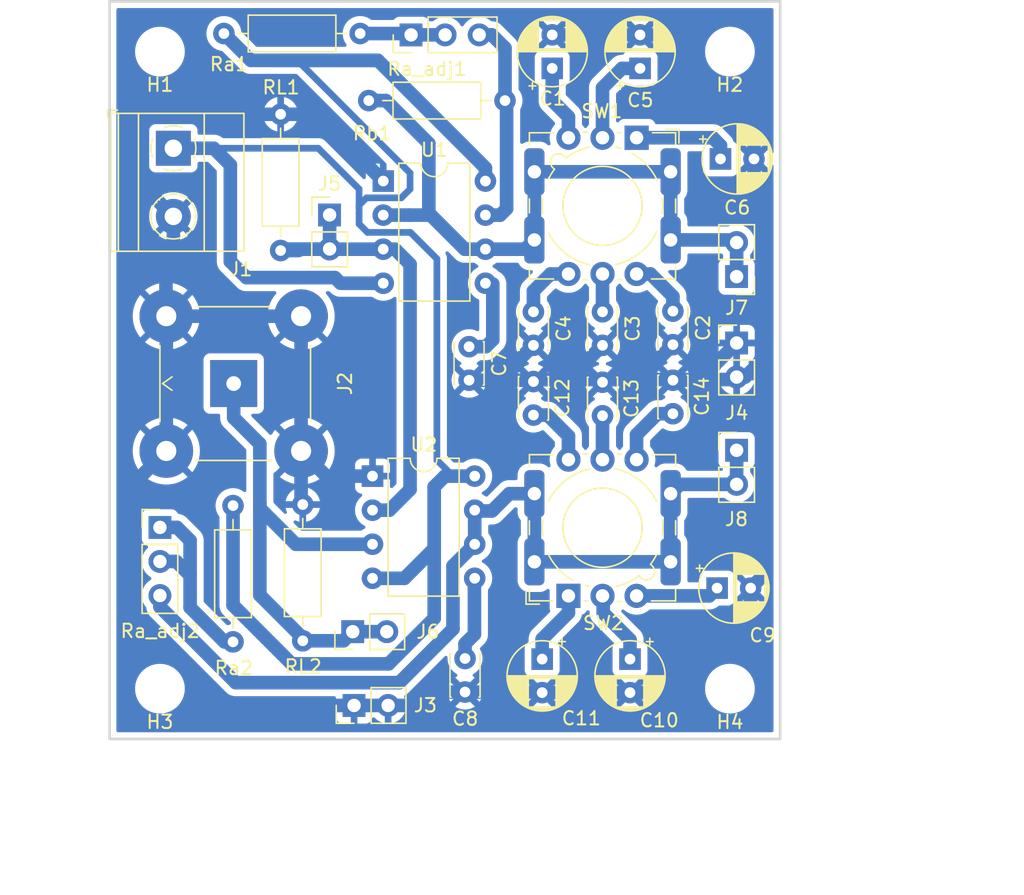
<source format=kicad_pcb>
(kicad_pcb (version 20240108) (generator "pcbnew") (generator_version "8.0")
  (layers (0 "F.Cu" signal) (31 "B.Cu" signal) (34 "B.Paste" user) (35 "F.Paste" user) (36 "B.SilkS" user "B.Silkscreen") (37 "F.SilkS" user "F.Silkscreen") (38 "B.Mask" user) (39 "F.Mask" user) (44 "Edge.Cuts" user))
  (net 0 "")
  (net 1 "GND")
  (net 2 "Net-(C1-Pad1)")
  (net 3 "Net-(C2-Pad1)")
  (net 4 "Net-(C3-Pad1)")
  (net 5 "Net-(C4-Pad1)")
  (net 6 "Net-(C5-Pad1)")
  (net 7 "Net-(C6-Pad1)")
  (net 8 "Net-(U1-CV)")
  (net 9 "Net-(U2-CV)")
  (net 10 "Net-(C9-Pad1)")
  (net 11 "Net-(C10-Pad1)")
  (net 12 "Net-(C11-Pad1)")
  (net 13 "Net-(C12-Pad1)")
  (net 14 "Net-(C13-Pad1)")
  (net 15 "Net-(C14-Pad1)")
  (net 16 "VCC")
  (net 17 "Vout2")
  (net 18 "Vout1")
  (net 19 "Vcap1")
  (net 20 "Vcap2")
  (net 21 "Net-(Ra1-Pad2)")
  (net 22 "Net-(Ra2-Pad2)")
  (net 23 "Net-(U1-DIS)")
  (footprint "MountingHole:MountingHole_3.2mm_M3" (layer "F.Cu") (at 86.25 91.25)
    (property "Reference" "H4" (at 0 2.49 0) (layer "F.SilkS"))
    (property "Value" "MountingHole")
    (pad "" np_thru_hole circle (at 0 0) (size 3.2 3.2) (drill 3.2) (layers "*.Cu" "*.Mask"))
  )
  (footprint "Connector_PinHeader_2.54mm:PinHeader_1x03_P2.54mm_Vertical" (layer "F.Cu") (at 43.75 79.225)
    (property "Reference" "Ra_adj2" (at 0.02 7.725 0) (layer "F.SilkS"))
    (property "Value" "100k")
    (pad "1" thru_hole rect (at 0 0) (size 1.7 1.7) (drill 1) (layers "*.Cu" "*.Mask") (net 22 "Net-(Ra2-Pad2)"))
    (pad "2" thru_hole oval (at 0 2.54) (size 1.7 1.7) (drill 1) (layers "*.Cu" "*.Mask") (net 22 "Net-(Ra2-Pad2)"))
    (pad "3" thru_hole oval (at 0 5.08) (size 1.7 1.7) (drill 1) (layers "*.Cu" "*.Mask") (net 20 "Vcap2"))
  )
  (footprint "Capacitor_THT:C_Disc_D3.0mm_W2.0mm_P2.50mm" (layer "F.Cu") (at 82 63.1 -90)
    (property "Reference" "C2" (at 1.25 -2.25 90) (layer "F.SilkS"))
    (property "Value" "100nF")
    (pad "1" thru_hole circle (at 0 0 270) (size 1.6 1.6) (drill 0.8) (layers "*.Cu" "*.Mask") (net 3 "Net-(C2-Pad1)"))
    (pad "2" thru_hole circle (at 2.5 0 270) (size 1.6 1.6) (drill 0.8) (layers "*.Cu" "*.Mask") (net 1 "GND"))
  )
  (footprint "Button_Switch_THT:SW_NKK_NR01" (layer "F.Cu") (at 79.29 50.17 -90)
    (property "Reference" "SW1" (at -1.98 2.59 180) (layer "F.SilkS"))
    (property "Value" "SW_Rotary_1x6_MP")
    (pad "1" thru_hole circle (at 0 5.08 270) (size 1.8 1.8) (drill 1) (layers "*.Cu" "*.Mask") (net 2 "Net-(C1-Pad1)"))
    (pad "2" thru_hole circle (at 0 2.54 270) (size 1.8 1.8) (drill 1) (layers "*.Cu" "*.Mask") (net 6 "Net-(C5-Pad1)"))
    (pad "3" thru_hole rect (at 0 0 270) (size 1.8 1.8) (drill 1) (layers "*.Cu" "*.Mask") (net 7 "Net-(C6-Pad1)"))
    (pad "4" thru_hole circle (at 10.16 0 270) (size 1.8 1.8) (drill 1) (layers "*.Cu" "*.Mask") (net 3 "Net-(C2-Pad1)"))
    (pad "5" thru_hole circle (at 10.16 2.54 270) (size 1.8 1.8) (drill 1) (layers "*.Cu" "*.Mask") (net 4 "Net-(C3-Pad1)"))
    (pad "6" thru_hole circle (at 10.16 5.08 270) (size 1.8 1.8) (drill 1) (layers "*.Cu" "*.Mask") (net 5 "Net-(C4-Pad1)"))
    (pad "7" thru_hole roundrect (at 7.62 -2.54 270) (size 3.5 1.5) (drill 1) (layers "*.Cu" "*.Mask") (net 19 "Vcap1"))
    (pad "7" thru_hole roundrect (at 7.62 7.62 270) (size 3.5 1.5) (drill 1) (layers "*.Cu" "*.Mask") (net 19 "Vcap1"))
    (pad "MP" thru_hole roundrect (at 2.54 -2.54 270) (size 3.5 1.5) (drill 1) (layers "*.Cu" "*.Mask") (net 19 "Vcap1"))
    (pad "MP" thru_hole roundrect (at 2.54 7.62 270) (size 3.5 1.5) (drill 1) (layers "*.Cu" "*.Mask") (net 19 "Vcap1"))
  )
  (footprint "Capacitor_THT:CP_Radial_D5.0mm_P2.50mm" (layer "F.Cu") (at 73 45 90)
    (property "Reference" "C1" (at -2.25 0.03 180) (layer "F.SilkS"))
    (property "Value" "100uF")
    (pad "1" thru_hole rect (at 0 0 90) (size 1.6 1.6) (drill 0.8) (layers "*.Cu" "*.Mask") (net 2 "Net-(C1-Pad1)"))
    (pad "2" thru_hole circle (at 2.5 0 90) (size 1.6 1.6) (drill 0.8) (layers "*.Cu" "*.Mask") (net 1 "GND"))
  )
  (footprint "Connector_PinHeader_2.54mm:PinHeader_1x03_P2.54mm_Vertical" (layer "F.Cu") (at 62.475 42.5 90)
    (property "Reference" "Ra_adj1" (at -2.54 1.185 180) (layer "F.SilkS"))
    (property "Value" "150k")
    (pad "1" thru_hole rect (at 0 0 90) (size 1.7 1.7) (drill 1) (layers "*.Cu" "*.Mask") (net 21 "Net-(Ra1-Pad2)"))
    (pad "2" thru_hole oval (at 0 2.54 90) (size 1.7 1.7) (drill 1) (layers "*.Cu" "*.Mask") (net 21 "Net-(Ra1-Pad2)"))
    (pad "3" thru_hole oval (at 0 5.08 90) (size 1.7 1.7) (drill 1) (layers "*.Cu" "*.Mask") (net 23 "Net-(U1-DIS)"))
  )
  (footprint "Resistor_THT:R_Axial_DIN0207_L6.3mm_D2.5mm_P10.16mm_Horizontal" (layer "F.Cu") (at 69.48 47.4 180)
    (property "Reference" "Rb1" (at 9.92 -2.44 0) (layer "F.SilkS"))
    (property "Value" "14440")
    (pad "1" thru_hole circle (at 0 0 180) (size 1.6 1.6) (drill 0.8) (layers "*.Cu" "*.Mask") (net 23 "Net-(U1-DIS)"))
    (pad "2" thru_hole oval (at 10.16 0 180) (size 1.6 1.6) (drill 0.8) (layers "*.Cu" "*.Mask") (net 19 "Vcap1"))
  )
  (footprint "Capacitor_THT:C_Disc_D3.0mm_W2.0mm_P2.50mm" (layer "F.Cu") (at 71.6 70.85 90)
    (property "Reference" "C12" (at 1.29 2.16 90) (layer "F.SilkS"))
    (property "Value" "100nF")
    (pad "1" thru_hole circle (at 0 0 90) (size 1.6 1.6) (drill 0.8) (layers "*.Cu" "*.Mask") (net 13 "Net-(C12-Pad1)"))
    (pad "2" thru_hole circle (at 2.5 0 90) (size 1.6 1.6) (drill 0.8) (layers "*.Cu" "*.Mask") (net 1 "GND"))
  )
  (footprint "Capacitor_THT:C_Disc_D3.0mm_W2.0mm_P2.50mm" (layer "F.Cu") (at 76.75 70.9 90)
    (property "Reference" "C13" (at 1.29 2.16 90) (layer "F.SilkS"))
    (property "Value" "10nF")
    (pad "1" thru_hole circle (at 0 0 90) (size 1.6 1.6) (drill 0.8) (layers "*.Cu" "*.Mask") (net 14 "Net-(C13-Pad1)"))
    (pad "2" thru_hole circle (at 2.5 0 90) (size 1.6 1.6) (drill 0.8) (layers "*.Cu" "*.Mask") (net 1 "GND"))
  )
  (footprint "Connector_PinHeader_2.54mm:PinHeader_1x02_P2.54mm_Vertical" (layer "F.Cu") (at 56.4 55.925)
    (property "Reference" "J5" (at 0 -2.33 0) (layer "F.SilkS"))
    (property "Value" "Vastable")
    (pad "1" thru_hole rect (at 0 0) (size 1.7 1.7) (drill 1) (layers "*.Cu" "*.Mask") (net 18 "Vout1"))
    (pad "2" thru_hole oval (at 0 2.54) (size 1.7 1.7) (drill 1) (layers "*.Cu" "*.Mask") (net 18 "Vout1"))
  )
  (footprint "Capacitor_THT:C_Disc_D3.0mm_W2.0mm_P2.50mm" (layer "F.Cu") (at 66.8 65.75 -90)
    (property "Reference" "C7" (at 1.25 -2.25 90) (layer "F.SilkS"))
    (property "Value" "10nF")
    (pad "1" thru_hole circle (at 0 0 270) (size 1.6 1.6) (drill 0.8) (layers "*.Cu" "*.Mask") (net 8 "Net-(U1-CV)"))
    (pad "2" thru_hole circle (at 2.5 0 270) (size 1.6 1.6) (drill 0.8) (layers "*.Cu" "*.Mask") (net 1 "GND"))
  )
  (footprint "Package_DIP:DIP-8_W7.62mm" (layer "F.Cu") (at 60.4 53.4)
    (property "Reference" "U1" (at 3.81 -2.33 0) (layer "F.SilkS"))
    (property "Value" "LM555xN")
    (pad "1" thru_hole rect (at 0 0) (size 1.6 1.6) (drill 0.8) (layers "*.Cu" "*.Mask") (net 1 "GND"))
    (pad "2" thru_hole oval (at 0 2.54) (size 1.6 1.6) (drill 0.8) (layers "*.Cu" "*.Mask") (net 19 "Vcap1"))
    (pad "3" thru_hole oval (at 0 5.08) (size 1.6 1.6) (drill 0.8) (layers "*.Cu" "*.Mask") (net 18 "Vout1"))
    (pad "4" thru_hole oval (at 0 7.62) (size 1.6 1.6) (drill 0.8) (layers "*.Cu" "*.Mask") (net 16 "VCC"))
    (pad "5" thru_hole oval (at 7.62 7.62) (size 1.6 1.6) (drill 0.8) (layers "*.Cu" "*.Mask") (net 8 "Net-(U1-CV)"))
    (pad "6" thru_hole oval (at 7.62 5.08) (size 1.6 1.6) (drill 0.8) (layers "*.Cu" "*.Mask") (net 19 "Vcap1"))
    (pad "7" thru_hole oval (at 7.62 2.54) (size 1.6 1.6) (drill 0.8) (layers "*.Cu" "*.Mask") (net 23 "Net-(U1-DIS)"))
    (pad "8" thru_hole oval (at 7.62 0) (size 1.6 1.6) (drill 0.8) (layers "*.Cu" "*.Mask") (net 16 "VCC"))
  )
  (footprint "Capacitor_THT:CP_Radial_D5.0mm_P2.50mm" (layer "F.Cu") (at 72.25 89.044888 -90)
    (property "Reference" "C11" (at 4.415112 -2.92 180) (layer "F.SilkS"))
    (property "Value" "1uF")
    (pad "1" thru_hole rect (at 0 0 270) (size 1.6 1.6) (drill 0.8) (layers "*.Cu" "*.Mask") (net 12 "Net-(C11-Pad1)"))
    (pad "2" thru_hole circle (at 2.5 0 270) (size 1.6 1.6) (drill 0.8) (layers "*.Cu" "*.Mask") (net 1 "GND"))
  )
  (footprint "Capacitor_THT:CP_Radial_D5.0mm_P2.50mm" (layer "F.Cu") (at 78.8 89.044888 -90)
    (property "Reference" "C10" (at 4.565112 -2.18 180) (layer "F.SilkS"))
    (property "Value" "10uF")
    (pad "1" thru_hole rect (at 0 0 270) (size 1.6 1.6) (drill 0.8) (layers "*.Cu" "*.Mask") (net 11 "Net-(C10-Pad1)"))
    (pad "2" thru_hole circle (at 2.5 0 270) (size 1.6 1.6) (drill 0.8) (layers "*.Cu" "*.Mask") (net 1 "GND"))
  )
  (footprint "Capacitor_THT:CP_Radial_D5.0mm_P2.50mm" (layer "F.Cu") (at 85.544888 51.75)
    (property "Reference" "C6" (at 1.245112 3.63 0) (layer "F.SilkS"))
    (property "Value" "1uF")
    (pad "1" thru_hole rect (at 0 0) (size 1.6 1.6) (drill 0.8) (layers "*.Cu" "*.Mask") (net 7 "Net-(C6-Pad1)"))
    (pad "2" thru_hole circle (at 2.5 0) (size 1.6 1.6) (drill 0.8) (layers "*.Cu" "*.Mask") (net 1 "GND"))
  )
  (footprint "Resistor_THT:R_Axial_DIN0207_L6.3mm_D2.5mm_P10.16mm_Horizontal" (layer "F.Cu") (at 49.2 77.6 -90)
    (property "Reference" "Ra2" (at 12.11 -0.06 180) (layer "F.SilkS"))
    (property "Value" "100")
    (pad "1" thru_hole circle (at 0 0 270) (size 1.6 1.6) (drill 0.8) (layers "*.Cu" "*.Mask") (net 16 "VCC"))
    (pad "2" thru_hole oval (at 10.16 0 270) (size 1.6 1.6) (drill 0.8) (layers "*.Cu" "*.Mask") (net 22 "Net-(Ra2-Pad2)"))
  )
  (footprint "Connector_PinHeader_2.54mm:PinHeader_1x02_P2.54mm_Vertical" (layer "F.Cu") (at 86.75 73.475)
    (property "Reference" "J8" (at -0.01 5.135 0) (layer "F.SilkS"))
    (property "Value" "Vmono")
    (pad "1" thru_hole rect (at 0 0) (size 1.7 1.7) (drill 1) (layers "*.Cu" "*.Mask") (net 20 "Vcap2"))
    (pad "2" thru_hole oval (at 0 2.54) (size 1.7 1.7) (drill 1) (layers "*.Cu" "*.Mask") (net 20 "Vcap2"))
  )
  (footprint "Connector_PinHeader_2.54mm:PinHeader_1x02_P2.54mm_Vertical" (layer "F.Cu") (at 58.225 92.5 90)
    (property "Reference" "J3" (at 0.01 5.315 180) (layer "F.SilkS"))
    (property "Value" "GND")
    (pad "1" thru_hole rect (at 0 0 90) (size 1.7 1.7) (drill 1) (layers "*.Cu" "*.Mask") (net 1 "GND"))
    (pad "2" thru_hole oval (at 0 2.54 90) (size 1.7 1.7) (drill 1) (layers "*.Cu" "*.Mask") (net 1 "GND"))
  )
  (footprint "Connector_Coaxial:BNC_TEConnectivity_1478035_Horizontal" (layer "F.Cu") (at 49.25 68.5 90)
    (property "Reference" "J2" (at 0 8.3 90) (layer "F.SilkS"))
    (property "Value" "Output")
    (pad "1" thru_hole rect (at 0 0 90) (size 3.5 3.5) (drill 1.1) (layers "*.Cu" "*.Mask") (net 17 "Vout2"))
    (pad "2" thru_hole circle (at -5.025 -5.025 90) (size 4 4) (drill 1.5) (layers "*.Cu" "*.Mask") (net 1 "GND"))
    (pad "2" thru_hole circle (at -5.025 5.025 90) (size 4 4) (drill 1.5) (layers "*.Cu" "*.Mask") (net 1 "GND"))
    (pad "2" thru_hole circle (at 5.025 -5.025 90) (size 4 4) (drill 1.5) (layers "*.Cu" "*.Mask") (net 1 "GND"))
    (pad "2" thru_hole circle (at 5.025 5.025 90) (size 4 4) (drill 1.5) (layers "*.Cu" "*.Mask") (net 1 "GND"))
  )
  (footprint "Capacitor_THT:CP_Radial_D5.0mm_P2.50mm" (layer "F.Cu") (at 85.294888 83.75)
    (property "Reference" "C9" (at 3.385112 3.52 0) (layer "F.SilkS"))
    (property "Value" "100uF")
    (pad "1" thru_hole rect (at 0 0) (size 1.6 1.6) (drill 0.8) (layers "*.Cu" "*.Mask") (net 10 "Net-(C9-Pad1)"))
    (pad "2" thru_hole circle (at 2.5 0) (size 1.6 1.6) (drill 0.8) (layers "*.Cu" "*.Mask") (net 1 "GND"))
  )
  (footprint "Resistor_THT:R_Axial_DIN0207_L6.3mm_D2.5mm_P10.16mm_Horizontal" (layer "F.Cu") (at 54.4 87.68 90)
    (property "Reference" "RL2" (at -1.92 0.03 180) (layer "F.SilkS"))
    (property "Value" "100k")
    (pad "1" thru_hole circle (at 0 0 90) (size 1.6 1.6) (drill 0.8) (layers "*.Cu" "*.Mask") (net 17 "Vout2"))
    (pad "2" thru_hole oval (at 10.16 0 90) (size 1.6 1.6) (drill 0.8) (layers "*.Cu" "*.Mask") (net 1 "GND"))
  )
  (footprint "Capacitor_THT:C_Disc_D3.0mm_W2.0mm_P2.50mm" (layer "F.Cu") (at 82 70.75 90)
    (property "Reference" "C14" (at 1.29 2.16 90) (layer "F.SilkS"))
    (property "Value" "1nF")
    (pad "1" thru_hole circle (at 0 0 90) (size 1.6 1.6) (drill 0.8) (layers "*.Cu" "*.Mask") (net 15 "Net-(C14-Pad1)"))
    (pad "2" thru_hole circle (at 2.5 0 90) (size 1.6 1.6) (drill 0.8) (layers "*.Cu" "*.Mask") (net 1 "GND"))
  )
  (footprint "MountingHole:MountingHole_3.2mm_M3" (layer "F.Cu") (at 86.25 43.75)
    (property "Reference" "H2" (at -0.01 2.47 0) (layer "F.SilkS"))
    (property "Value" "MountingHole")
    (pad "" np_thru_hole circle (at 0 0) (size 3.2 3.2) (drill 3.2) (layers "*.Cu" "*.Mask"))
  )
  (footprint "Connector_PinHeader_2.54mm:PinHeader_1x02_P2.54mm_Vertical" (layer "F.Cu") (at 86.75 60.525 180)
    (property "Reference" "J7" (at 0 -2.33 0) (layer "F.SilkS"))
    (property "Value" "Vastable")
    (pad "1" thru_hole rect (at 0 0 180) (size 1.7 1.7) (drill 1) (layers "*.Cu" "*.Mask") (net 19 "Vcap1"))
    (pad "2" thru_hole oval (at 0 2.54 180) (size 1.7 1.7) (drill 1) (layers "*.Cu" "*.Mask") (net 19 "Vcap1"))
  )
  (footprint "Package_DIP:DIP-8_W7.62mm" (layer "F.Cu") (at 59.6 75.4)
    (property "Reference" "U2" (at 3.83 -2.35 0) (layer "F.SilkS"))
    (property "Value" "LM555xN")
    (pad "1" thru_hole rect (at 0 0) (size 1.6 1.6) (drill 0.8) (layers "*.Cu" "*.Mask") (net 1 "GND"))
    (pad "2" thru_hole oval (at 0 2.54) (size 1.6 1.6) (drill 0.8) (layers "*.Cu" "*.Mask") (net 18 "Vout1"))
    (pad "3" thru_hole oval (at 0 5.08) (size 1.6 1.6) (drill 0.8) (layers "*.Cu" "*.Mask") (net 17 "Vout2"))
    (pad "4" thru_hole oval (at 0 7.62) (size 1.6 1.6) (drill 0.8) (layers "*.Cu" "*.Mask") (net 16 "VCC"))
    (pad "5" thru_hole oval (at 7.62 7.62) (size 1.6 1.6) (drill 0.8) (layers "*.Cu" "*.Mask") (net 9 "Net-(U2-CV)"))
    (pad "6" thru_hole oval (at 7.62 5.08) (size 1.6 1.6) (drill 0.8) (layers "*.Cu" "*.Mask") (net 20 "Vcap2"))
    (pad "7" thru_hole oval (at 7.62 2.54) (size 1.6 1.6) (drill 0.8) (layers "*.Cu" "*.Mask") (net 20 "Vcap2"))
    (pad "8" thru_hole oval (at 7.62 0) (size 1.6 1.6) (drill 0.8) (layers "*.Cu" "*.Mask") (net 16 "VCC"))
  )
  (footprint "Button_Switch_THT:SW_NKK_NR01" (layer "F.Cu") (at 74.21 84.33 90)
    (property "Reference" "SW2" (at -2.03 2.61 180) (layer "F.SilkS"))
    (property "Value" "SW_Rotary_1x6_MP")
    (pad "1" thru_hole circle (at 0 5.08 90) (size 1.8 1.8) (drill 1) (layers "*.Cu" "*.Mask") (net 10 "Net-(C9-Pad1)"))
    (pad "2" thru_hole circle (at 0 2.54 90) (size 1.8 1.8) (drill 1) (layers "*.Cu" "*.Mask") (net 11 "Net-(C10-Pad1)"))
    (pad "3" thru_hole rect (at 0 0 90) (size 1.8 1.8) (drill 1) (layers "*.Cu" "*.Mask") (net 12 "Net-(C11-Pad1)"))
    (pad "4" thru_hole circle (at 10.16 0 90) (size 1.8 1.8) (drill 1) (layers "*.Cu" "*.Mask") (net 13 "Net-(C12-Pad1)"))
    (pad "5" thru_hole circle (at 10.16 2.54 90) (size 1.8 1.8) (drill 1) (layers "*.Cu" "*.Mask") (net 14 "Net-(C13-Pad1)"))
    (pad "6" thru_hole circle (at 10.16 5.08 90) (size 1.8 1.8) (drill 1) (layers "*.Cu" "*.Mask") (net 15 "Net-(C14-Pad1)"))
    (pad "7" thru_hole roundrect (at 7.62 -2.54 90) (size 3.5 1.5) (drill 1) (layers "*.Cu" "*.Mask") (net 20 "Vcap2"))
    (pad "7" thru_hole roundrect (at 7.62 7.62 90) (size 3.5 1.5) (drill 1) (layers "*.Cu" "*.Mask") (net 20 "Vcap2"))
    (pad "MP" thru_hole roundrect (at 2.54 -2.54 90) (size 3.5 1.5) (drill 1) (layers "*.Cu" "*.Mask") (net 20 "Vcap2"))
    (pad "MP" thru_hole roundrect (at 2.54 7.62 90) (size 3.5 1.5) (drill 1) (layers "*.Cu" "*.Mask") (net 20 "Vcap2"))
  )
  (footprint "Resistor_THT:R_Axial_DIN0207_L6.3mm_D2.5mm_P10.16mm_Horizontal" (layer "F.Cu") (at 52.75 58.58 90)
    (property "Reference" "RL1" (at 12.16 0.03 180) (layer "F.SilkS"))
    (property "Value" "100k")
    (pad "1" thru_hole circle (at 0 0 90) (size 1.6 1.6) (drill 0.8) (layers "*.Cu" "*.Mask") (net 18 "Vout1"))
    (pad "2" thru_hole oval (at 10.16 0 90) (size 1.6 1.6) (drill 0.8) (layers "*.Cu" "*.Mask") (net 1 "GND"))
  )
  (footprint "TerminalBlock_Phoenix:TerminalBlock_Phoenix_MKDS-1,5-2-5.08_1x02_P5.08mm_Horizontal" (layer "F.Cu") (at 44.75 50.955 -90)
    (property "Reference" "J1" (at 9.025 -5.03 180) (layer "F.SilkS"))
    (property "Value" "Power")
    (pad "1" thru_hole rect (at 0 0 270) (size 2.6 2.6) (drill 1.3) (layers "*.Cu" "*.Mask") (net 16 "VCC"))
    (pad "2" thru_hole circle (at 5.08 0 270) (size 2.6 2.6) (drill 1.3) (layers "*.Cu" "*.Mask") (net 1 "GND"))
  )
  (footprint "Resistor_THT:R_Axial_DIN0207_L6.3mm_D2.5mm_P10.16mm_Horizontal" (layer "F.Cu") (at 48.52 42.4)
    (property "Reference" "Ra1" (at 0.38 2.29 0) (layer "F.SilkS"))
    (property "Value" "100")
    (pad "1" thru_hole circle (at 0 0) (size 1.6 1.6) (drill 0.8) (layers "*.Cu" "*.Mask") (net 16 "VCC"))
    (pad "2" thru_hole oval (at 10.16 0) (size 1.6 1.6) (drill 0.8) (layers "*.Cu" "*.Mask") (net 21 "Net-(Ra1-Pad2)"))
  )
  (footprint "Capacitor_THT:C_Disc_D3.0mm_W2.0mm_P2.50mm" (layer "F.Cu") (at 71.6 63.15 -90)
    (property "Reference" "C4" (at 1.25 -2.25 90) (layer "F.SilkS"))
    (property "Value" "1nF")
    (pad "1" thru_hole circle (at 0 0 270) (size 1.6 1.6) (drill 0.8) (layers "*.Cu" "*.Mask") (net 5 "Net-(C4-Pad1)"))
    (pad "2" thru_hole circle (at 2.5 0 270) (size 1.6 1.6) (drill 0.8) (layers "*.Cu" "*.Mask") (net 1 "GND"))
  )
  (footprint "Capacitor_THT:C_Disc_D3.0mm_W2.0mm_P2.50mm" (layer "F.Cu") (at 66.5 89 -90)
    (property "Reference" "C8" (at 4.49 -0.01 180) (layer "F.SilkS"))
    (property "Value" "10nF")
    (pad "1" thru_hole circle (at 0 0 270) (size 1.6 1.6) (drill 0.8) (layers "*.Cu" "*.Mask") (net 9 "Net-(U2-CV)"))
    (pad "2" thru_hole circle (at 2.5 0 270) (size 1.6 1.6) (drill 0.8) (layers "*.Cu" "*.Mask") (net 1 "GND"))
  )
  (footprint "Connector_PinHeader_2.54mm:PinHeader_1x02_P2.54mm_Vertical" (layer "F.Cu") (at 86.75 65.475)
    (property "Reference" "J4" (at 0.01 5.215 0) (layer "F.SilkS"))
    (property "Value" "GND")
    (pad "1" thru_hole rect (at 0 0) (size 1.7 1.7) (drill 1) (layers "*.Cu" "*.Mask") (net 1 "GND"))
    (pad "2" thru_hole oval (at 0 2.54) (size 1.7 1.7) (drill 1) (layers "*.Cu" "*.Mask") (net 1 "GND"))
  )
  (footprint "Capacitor_THT:CP_Radial_D5.0mm_P2.50mm" (layer "F.Cu") (at 79.55 45 90)
    (property "Reference" "C5" (at -2.37 0.02 180) (layer "F.SilkS"))
    (property "Value" "10uF")
    (pad "1" thru_hole rect (at 0 0 90) (size 1.6 1.6) (drill 0.8) (layers "*.Cu" "*.Mask") (net 6 "Net-(C5-Pad1)"))
    (pad "2" thru_hole circle (at 2.5 0 90) (size 1.6 1.6) (drill 0.8) (layers "*.Cu" "*.Mask") (net 1 "GND"))
  )
  (footprint "MountingHole:MountingHole_3.2mm_M3" (layer "F.Cu") (at 43.75 43.75)
    (property "Reference" "H1" (at 0 2.47 0) (layer "F.SilkS"))
    (property "Value" "MountingHole")
    (pad "" np_thru_hole circle (at 0 0) (size 3.2 3.2) (drill 3.2) (layers "*.Cu" "*.Mask"))
  )
  (footprint "Capacitor_THT:C_Disc_D3.0mm_W2.0mm_P2.50mm" (layer "F.Cu") (at 76.75 63.15 -90)
    (property "Reference" "C3" (at 1.25 -2.25 90) (layer "F.SilkS"))
    (property "Value" "10nF")
    (pad "1" thru_hole circle (at 0 0 270) (size 1.6 1.6) (drill 0.8) (layers "*.Cu" "*.Mask") (net 4 "Net-(C3-Pad1)"))
    (pad "2" thru_hole circle (at 2.5 0 270) (size 1.6 1.6) (drill 0.8) (layers "*.Cu" "*.Mask") (net 1 "GND"))
  )
  (footprint "MountingHole:MountingHole_3.2mm_M3" (layer "F.Cu") (at 43.75 91.25)
    (property "Reference" "H3" (at 0 2.48 0) (layer "F.SilkS"))
    (property "Value" "MountingHole")
    (pad "" np_thru_hole circle (at 0 0) (size 3.2 3.2) (drill 3.2) (layers "*.Cu" "*.Mask"))
  )
  (footprint "Connector_PinHeader_2.54mm:PinHeader_1x02_P2.54mm_Vertical" (layer "F.Cu") (at 58.125 87 90)
    (property "Reference" "J6" (at -0.01 5.605 180) (layer "F.SilkS"))
    (property "Value" "Vmono")
    (pad "1" thru_hole rect (at 0 0 90) (size 1.7 1.7) (drill 1) (layers "*.Cu" "*.Mask") (net 17 "Vout2"))
    (pad "2" thru_hole oval (at 0 2.54 90) (size 1.7 1.7) (drill 1) (layers "*.Cu" "*.Mask") (net 17 "Vout2"))
  )
  (gr_rect (start 40 40) (end 90 95) (stroke (width 0.2)) (fill none) (layer "Edge.Cuts"))
  (segment (start 88.044888 54.644888) (end 88.044888 51.75) (width 1.016) (layer "B.Cu") (net 1))
  (segment (start 43.18 48.42) (end 52.75 48.42) (width 1.016) (layer "B.Cu") (net 1))
  (segment (start 88.992 66.408) (end 88.992 55.592) (width 1.016) (layer "B.Cu") (net 1))
  (segment (start 48.7 92.5) (end 41.4 85.2) (width 1.016) (layer "B.Cu") (net 1))
  (segment (start 66.8 68.25) (end 69 68.25) (width 1.016) (layer "B.Cu") (net 1))
  (segment (start 87.794888 84.88137) (end 87.794888 83.75) (width 1.016) (layer "B.Cu") (net 1))
  (segment (start 66.5 91.5) (end 72.205112 91.5) (width 1.016) (layer "B.Cu") (net 1))
  (segment (start 44.75 56.035) (end 44.75 59.05) (width 1.016) (layer "B.Cu") (net 1))
  (segment (start 56.15 75.4) (end 54.275 73.525) (width 1.016) (layer "B.Cu") (net 1))
  (segment (start 44.2 59.6) (end 44.2 63.45) (width 1.016) (layer "B.Cu") (net 1))
  (segment (start 71.75 68.2) (end 86.565 68.2) (width 1.016) (layer "B.Cu") (net 1))
  (segment (start 44.225 73.525) (end 44.225 63.475) (width 1.016) (layer "B.Cu") (net 1))
  (segment (start 86.75 68.015) (end 87.385 68.015) (width 1.016) (layer "B.Cu") (net 1))
  (segment (start 44.75 59.05) (end 44.2 59.6) (width 1.016) (layer "B.Cu") (net 1))
  (segment (start 78.8 91.544888) (end 81.13137 91.544888) (width 1.016) (layer "B.Cu") (net 1))
  (segment (start 80.68137 42.5) (end 79.55 42.5) (width 1.016) (layer "B.Cu") (net 1))
  (segment (start 58.225 92.5) (end 48.7 92.5) (width 1.016) (layer "B.Cu") (net 1))
  (segment (start 59.6 75.4) (end 56.15 75.4) (width 1.016) (layer "B.Cu") (net 1))
  (segment (start 76.75 68.4) (end 76.95 68.2) (width 1.016) (layer "B.Cu") (net 1))
  (segment (start 63.3 92.5) (end 64.3 91.5) (width 1.016) (layer "B.Cu") (net 1))
  (segment (start 58.225 92.5) (end 60.765 92.5) (width 1.016) (layer "B.Cu") (net 1))
  (segment (start 82 68.25) (end 83.975 68.25) (width 1.016) (layer "B.Cu") (net 1))
  (segment (start 54.275 73.525) (end 54.275 76.4) (width 1.016) (layer "B.Cu") (net 1))
  (segment (start 88.992 65.547113) (end 88.992 82.552888) (width 1.016) (layer "B.Cu") (net 1))
  (segment (start 41.4 76.35) (end 44.225 73.525) (width 1.016) (layer "B.Cu") (net 1))
  (segment (start 88.992 82.552888) (end 87.794888 83.75) (width 1.016) (layer "B.Cu") (net 1))
  (segment (start 60.4 53.4) (end 55.42 48.42) (width 1.016) (layer "B.Cu") (net 1))
  (segment (start 44.75 56.035) (end 41.8 53.085) (width 1.016) (layer "B.Cu") (net 1))
  (segment (start 88.044888 49.863518) (end 80.68137 42.5) (width 1.016) (layer "B.Cu") (net 1))
  (segment (start 44.225 63.475) (end 54.275 63.475) (width 1.016) (layer "B.Cu") (net 1))
  (segment (start 88.044888 51.75) (end 88.044888 49.863518) (width 1.016) (layer "B.Cu") (net 1))
  (segment (start 71.75 68.2) (end 74.2 68.2) (width 1.016) (layer "B.Cu") (net 1))
  (segment (start 54 73.8) (end 54.275 73.525) (width 1.016) (layer "B.Cu") (net 1))
  (segment (start 41.8 53.085) (end 41.8 49.8) (width 1.016) (layer "B.Cu") (net 1))
  (segment (start 71.6 68.35) (end 71.75 68.2) (width 1.016) (layer "B.Cu") (net 1))
  (segment (start 71.5 68.25) (end 71.6 68.35) (width 1.016) (layer "B.Cu") (net 1))
  (segment (start 88.992 55.592) (end 88.044888 54.644888) (width 1.016) (layer "B.Cu") (net 1))
  (segment (start 87.385 68.015) (end 88.992 66.408) (width 1.016) (layer "B.Cu") (net 1))
  (segment (start 41.8 49.8) (end 43.18 48.42) (width 1.016) (layer "B.Cu") (net 1))
  (segment (start 72.25 91.544888) (end 78.8 91.544888) (width 1.016) (layer "B.Cu") (net 1))
  (segment (start 54.275 63.475) (end 54.275 73.525) (width 1.016) (layer "B.Cu") (net 1))
  (segment (start 66.8 68.25) (end 71.5 68.25) (width 1.016) (layer "B.Cu") (net 1))
  (segment (start 83.975 68.25) (end 86.75 65.475) (width 1.016) (layer "B.Cu") (net 1))
  (segment (start 60.765 92.5) (end 63.3 92.5) (width 1.016) (layer "B.Cu") (net 1))
  (segment (start 54.275 76.4) (end 54.275 77.395) (width 1.016) (layer "B.Cu") (net 1))
  (segment (start 44.2 63.45) (end 44.225 63.475) (width 1.016) (layer "B.Cu") (net 1))
  (segment (start 76.95 68.2) (end 79.4 68.2) (width 1.016) (layer "B.Cu") (net 1))
  (segment (start 55.42 48.42) (end 52.75 48.42) (width 1.016) (layer "B.Cu") (net 1))
  (segment (start 81.13137 91.544888) (end 87.794888 84.88137) (width 1.016) (layer "B.Cu") (net 1))
  (segment (start 54.275 77.395) (end 54.4 77.52) (width 1.016) (layer "B.Cu") (net 1))
  (segment (start 74.2 68.2) (end 76.75 65.65) (width 1.016) (layer "B.Cu") (net 1))
  (segment (start 64.3 91.5) (end 66.5 91.5) (width 1.016) (layer "B.Cu") (net 1))
  (segment (start 79.55 42.5) (end 73 42.5) (width 1.016) (layer "B.Cu") (net 1))
  (segment (start 72.205112 91.5) (end 72.25 91.544888) (width 1.016) (layer "B.Cu") (net 1))
  (segment (start 86.565 68.2) (end 86.75 68.015) (width 1.016) (layer "B.Cu") (net 1))
  (segment (start 69 68.25) (end 71.6 65.65) (width 1.016) (layer "B.Cu") (net 1))
  (segment (start 41.4 85.2) (end 41.4 76.35) (width 1.016) (layer "B.Cu") (net 1))
  (segment (start 79.4 68.2) (end 82 65.6) (width 1.016) (layer "B.Cu") (net 1))
  (segment (start 73 45) (end 73 47.4) (width 1.016) (layer "B.Cu") (net 2))
  (segment (start 73 47.4) (end 74.21 48.61) (width 1.016) (layer "B.Cu") (net 2))
  (segment (start 74.21 48.61) (end 74.21 50.17) (width 1.016) (layer "B.Cu") (net 2))
  (segment (start 82 62) (end 80.33 60.33) (width 1.016) (layer "B.Cu") (net 3))
  (segment (start 82 63.1) (end 82 62) (width 1.016) (layer "B.Cu") (net 3))
  (segment (start 80.33 60.33) (end 79.29 60.33) (width 1.016) (layer "B.Cu") (net 3))
  (segment (start 76.75 63.15) (end 76.75 60.33) (width 1.016) (layer "B.Cu") (net 4))
  (segment (start 72.87 60.33) (end 74.21 60.33) (width 1.016) (layer "B.Cu") (net 5))
  (segment (start 71.6 61.6) (end 72.87 60.33) (width 1.016) (layer "B.Cu") (net 5))
  (segment (start 71.6 63.15) (end 71.6 61.6) (width 1.016) (layer "B.Cu") (net 5))
  (segment (start 79.55 45) (end 78.2 45) (width 1.016) (layer "B.Cu") (net 6))
  (segment (start 76.75 46.45) (end 76.75 50.17) (width 1.016) (layer "B.Cu") (net 6))
  (segment (start 78.2 45) (end 76.75 46.45) (width 1.016) (layer "B.Cu") (net 6))
  (segment (start 85.544888 50.744888) (end 85.544888 51.75) (width 1.016) (layer "B.Cu") (net 7))
  (segment (start 79.29 50.17) (end 84.97 50.17) (width 1.016) (layer "B.Cu") (net 7))
  (segment (start 84.97 50.17) (end 85.544888 50.744888) (width 1.016) (layer "B.Cu") (net 7))
  (segment (start 68.57 65.23) (end 68.05 65.75) (width 1.016) (layer "B.Cu") (net 8))
  (segment (start 68.57 61.07) (end 68.57 65.23) (width 1.016) (layer "B.Cu") (net 8))
  (segment (start 68.05 65.75) (end 66.8 65.75) (width 1.016) (layer "B.Cu") (net 8))
  (segment (start 67.2 83.04) (end 67.22 83.02) (width 1.016) (layer "B.Cu") (net 9))
  (segment (start 66.5 87.9) (end 67.2 87.2) (width 1.016) (layer "B.Cu") (net 9))
  (segment (start 66.5 89) (end 66.5 87.9) (width 1.016) (layer "B.Cu") (net 9))
  (segment (start 67.2 87.2) (end 67.2 83.04) (width 1.016) (layer "B.Cu") (net 9))
  (segment (start 84.714888 84.33) (end 79.29 84.33) (width 1.016) (layer "B.Cu") (net 10))
  (segment (start 85.294888 83.75) (end 84.714888 84.33) (width 1.016) (layer "B.Cu") (net 10))
  (segment (start 76.8 85.6) (end 76.8 84.38) (width 1.016) (layer "B.Cu") (net 11))
  (segment (start 76.8 84.38) (end 76.75 84.33) (width 1.016) (layer "B.Cu") (net 11))
  (segment (start 78.8 87.6) (end 76.8 85.6) (width 1.016) (layer "B.Cu") (net 11))
  (segment (start 78.8 89.044888) (end 78.8 87.6) (width 1.016) (layer "B.Cu") (net 11))
  (segment (start 72.25 89.044888) (end 72.25 87.55) (width 1.016) (layer "B.Cu") (net 12))
  (segment (start 74.21 85.59) (end 74.21 84.33) (width 1.016) (layer "B.Cu") (net 12))
  (segment (start 72.25 87.55) (end 74.21 85.59) (width 1.016) (layer "B.Cu") (net 12))
  (segment (start 72.65 70.85) (end 71.6 70.85) (width 1.016) (layer "B.Cu") (net 13))
  (segment (start 74.21 72.41) (end 72.65 70.85) (width 1.016) (layer "B.Cu") (net 13))
  (segment (start 74.21 74.17) (end 74.21 72.41) (width 1.016) (layer "B.Cu") (net 13))
  (segment (start 76.75 74.17) (end 76.75 70.9) (width 1.016) (layer "B.Cu") (net 14))
  (segment (start 79.29 74.17) (end 79.29 72.31) (width 1.016) (layer "B.Cu") (net 15))
  (segment (start 80.85 70.75) (end 82 70.75) (width 1.016) (layer "B.Cu") (net 15))
  (segment (start 79.29 72.31) (end 80.85 70.75) (width 1.016) (layer "B.Cu") (net 15))
  (segment (start 50.52 44.4) (end 48.52 42.4) (width 1.016) (layer "B.Cu") (net 16))
  (segment (start 58.6 55.8) (end 58.6 56.6) (width 0.5) (layer "B.Cu") (net 16))
  (segment (start 52.2 44.4) (end 54 44.4) (width 0.5) (layer "B.Cu") (net 16))
  (segment (start 68.02 53.4) (end 68.02 52.42) (width 1.016) (layer "B.Cu") (net 16))
  (segment (start 62.4 54) (end 61.75 54.65) (width 0.5) (layer "B.Cu") (net 16))
  (segment (start 60 44.4) (end 50.52 44.4) (width 1.016) (layer "B.Cu") (net 16))
  (segment (start 56.8 60.6) (end 57.22 61.02) (width 1.016) (layer "B.Cu") (net 16))
  (segment (start 54 44.4) (end 62.4 52.8) (width 0.5) (layer "B.Cu") (net 16))
  (segment (start 58.6 54) (end 55.555 50.955) (width 0.5) (layer "B.Cu") (net 16))
  (segment (start 64.4 76) (end 65 75.4) (width 1.016) (layer "B.Cu") (net 16))
  (segment (start 64.2 80.8) (end 64.2 76.2) (width 1.016) (layer "B.Cu") (net 16))
  (segment (start 58.6 55.4) (end 58.6 54) (width 0.5) (layer "B.Cu") (net 16))
  (segment (start 59.6 83.02) (end 61.98 83.02) (width 1.016) (layer "B.Cu") (net 16))
  (segment (start 61.75 54.65) (end 59.15 54.65) (width 0.5) (layer "B.Cu") (net 16))
  (segment (start 64.4 74.2) (end 65.6 75.4) (width 0.5) (layer "B.Cu") (net 16))
  (segment (start 64.2 76.2) (end 64.4 76) (width 1.016) (layer "B.Cu") (net 16))
  (segment (start 64.4 59.2) (end 64.4 74.2) (width 0.5) (layer "B.Cu") (net 16))
  (segment (start 53.572635 89.4) (end 60.8 89.4) (width 1.016) (layer "B.Cu") (net 16))
  (segment (start 62.4 52.8) (end 62.4 54) (width 0.5) (layer "B.Cu") (net 16))
  (segment (start 61.98 83.02) (end 64.2 80.8) (width 1.016) (layer "B.Cu") (net 16))
  (segment (start 59.23 57.23) (end 62.43 57.23) (width 0.5) (layer "B.Cu") (net 16))
  (segment (start 47.755 50.955) (end 49 52.2) (width 1.016) (layer "B.Cu") (net 16))
  (segment (start 58.6 56.6) (end 59.23 57.23) (width 0.5) (layer "B.Cu") (net 16))
  (segment (start 59.15 54.65) (end 58.6 55.2) (width 0.5) (layer "B.Cu") (net 16))
  (segment (start 64.2 86) (end 64.2 76.2) (width 1.016) (layer "B.Cu") (net 16))
  (segment (start 60.8 89.4) (end 64.2 86) (width 1.016) (layer "B.Cu") (net 16))
  (segment (start 57.22 61.02) (end 60.4 61.02) (width 1.016) (layer "B.Cu") (net 16))
  (segment (start 58.6 55.4) (end 58.6 55.8) (width 0.5) (layer "B.Cu") (net 16))
  (segment (start 50.2 60.6) (end 56.8 60.6) (width 1.016) (layer "B.Cu") (net 16))
  (segment (start 49 59.4) (end 50.2 60.6) (width 1.016) (layer "B.Cu") (net 16))
  (segment (start 62.43 57.23) (end 64.4 59.2) (width 0.5) (layer "B.Cu") (net 16))
  (segment (start 49 52.2) (end 49 59.4) (width 1.016) (layer "B.Cu") (net 16))
  (segment (start 65.6 75.4) (end 67.22 75.4) (width 0.5) (layer "B.Cu") (net 16))
  (segment (start 58.6 55.2) (end 58.6 55.4) (width 0.5) (layer "B.Cu") (net 16))
  (segment (start 55.555 50.955) (end 44.75 50.955) (width 0.5) (layer "B.Cu") (net 16))
  (segment (start 60 44.4) (end 52.2 44.4) (width 1.016) (layer "B.Cu") (net 16))
  (segment (start 68.02 52.42) (end 60 44.4) (width 1.016) (layer "B.Cu") (net 16))
  (segment (start 49.2 77.6) (end 49.2 85.027365) (width 1.016) (layer "B.Cu") (net 16))
  (segment (start 65 75.4) (end 67.22 75.4) (width 1.016) (layer "B.Cu") (net 16))
  (segment (start 44.75 50.955) (end 47.755 50.955) (width 1.016) (layer "B.Cu") (net 16))
  (segment (start 49.2 85.027365) (end 53.572635 89.4) (width 1.016) (layer "B.Cu") (net 16))
  (segment (start 51.2 77.4) (end 51.2 84.28) (width 1.016) (layer "B.Cu") (net 17))
  (segment (start 53.88 80.48) (end 51.2 77.8) (width 1.016) (layer "B.Cu") (net 17))
  (segment (start 51.2 84.28) (end 54.4 87.48) (width 1.016) (layer "B.Cu") (net 17))
  (segment (start 49.25 71.05) (end 51.2 73) (width 1.016) (layer "B.Cu") (net 17))
  (segment (start 49.25 68.5) (end 49.25 71.05) (width 1.016) (layer "B.Cu") (net 17))
  (segment (start 51.2 77.8) (end 51.2 77.4) (width 1.016) (layer "B.Cu") (net 17))
  (segment (start 58.125 87) (end 60.665 87) (width 1.016) (layer "B.Cu") (net 17))
  (segment (start 54.4 87.48) (end 54.4 87.68) (width 1.016) (layer "B.Cu") (net 17))
  (segment (start 54.4 87.68) (end 57.445 87.68) (width 1.016) (layer "B.Cu") (net 17))
  (segment (start 51.2 73) (end 51.2 77.4) (width 1.016) (layer "B.Cu") (net 17))
  (segment (start 59.6 80.48) (end 53.88 80.48) (width 1.016) (layer "B.Cu") (net 17))
  (segment (start 57.445 87.68) (end 58.125 87) (width 1.016) (layer "B.Cu") (net 17))
  (segment (start 56.4 55.925) (end 56.4 58.465) (width 1.016) (layer "B.Cu") (net 18))
  (segment (start 59.6 77.94) (end 60.86 77.94) (width 1.016) (layer "B.Cu") (net 18))
  (segment (start 52.75 58.58) (end 54.085 58.58) (width 1.016) (layer "B.Cu") (net 18))
  (segment (start 52.85 58.48) (end 56.02 58.48) (width 1.016) (layer "B.Cu") (net 18))
  (segment (start 62.4 59.6) (end 61.28 58.48) (width 1.016) (layer "B.Cu") (net 18))
  (segment (start 52.85 58.48) (end 52.75 58.58) (width 1.016) (layer "B.Cu") (net 18))
  (segment (start 60.86 77.94) (end 62.4 76.4) (width 1.016) (layer "B.Cu") (net 18))
  (segment (start 61.28 58.48) (end 60.4 58.48) (width 1.016) (layer "B.Cu") (net 18))
  (segment (start 60.4 58.48) (end 52.85 58.48) (width 1.016) (layer "B.Cu") (net 18))
  (segment (start 62.4 76.4) (end 62.4 59.6) (width 1.016) (layer "B.Cu") (net 18))
  (segment (start 63.8 50.6) (end 60.6 47.4) (width 1.016) (layer "B.Cu") (net 19))
  (segment (start 86.555 57.79) (end 86.75 57.985) (width 1.016) (layer "B.Cu") (net 19))
  (segment (start 68.02 58.48) (end 70.98 58.48) (width 1.016) (layer "B.Cu") (net 19))
  (segment (start 81.83 57.79) (end 86.555 57.79) (width 1.016) (layer "B.Cu") (net 19))
  (segment (start 70.98 58.48) (end 71.67 57.79) (width 1.016) (layer "B.Cu") (net 19))
  (segment (start 81.83 52.71) (end 71.67 52.71) (width 1.016) (layer "B.Cu") (net 19))
  (segment (start 81.83 52.71) (end 81.83 57.79) (width 1.016) (layer "B.Cu") (net 19))
  (segment (start 86.75 57.985) (end 86.75 60.525) (width 1.016) (layer "B.Cu") (net 19))
  (segment (start 60.4 55.94) (end 62.34 55.94) (width 1.016) (layer "B.Cu") (net 19))
  (segment (start 63.94 55.94) (end 66.48 58.48) (width 1.016) (layer "B.Cu") (net 19))
  (segment (start 66.48 58.48) (end 68.02 58.48) (width 1.016) (layer "B.Cu") (net 19))
  (segment (start 60.6 47.4) (end 59.32 47.4) (width 1.016) (layer "B.Cu") (net 19))
  (segment (start 63.8 55.8) (end 63.8 50.6) (width 1.016) (layer "B.Cu") (net 19))
  (segment (start 66.48 58.48) (end 63.8 55.8) (width 1.016) (layer "B.Cu") (net 19))
  (segment (start 62.34 55.94) (end 63.94 55.94) (width 1.016) (layer "B.Cu") (net 19))
  (segment (start 71.67 57.79) (end 71.67 52.71) (width 1.016) (layer "B.Cu") (net 19))
  (segment (start 69.8 76.71) (end 71.67 76.71) (width 1.016) (layer "B.Cu") (net 20))
  (segment (start 65.6 86.8) (end 65.6 82.1) (width 1.016) (layer "B.Cu") (net 20))
  (segment (start 67.28 78) (end 68.51 78) (width 1.016) (layer "B.Cu") (net 20))
  (segment (start 86.75 76.015) (end 82.525 76.015) (width 1.016) (layer "B.Cu") (net 20))
  (segment (start 82.525 76.015) (end 81.83 76.71) (width 1.016) (layer "B.Cu") (net 20))
  (segment (start 43.75 85.15) (end 49.4 90.8) (width 1.016) (layer "B.Cu") (net 20))
  (segment (start 86.75 73.475) (end 86.75 76.015) (width 1.016) (layer "B.Cu") (net 20))
  (segment (start 81.83 81.79) (end 71.67 81.79) (width 1.016) (layer "B.Cu") (net 20))
  (segment (start 68.51 78) (end 69.8 76.71) (width 1.016) (layer "B.Cu") (net 20))
  (segment (start 61.6 90.8) (end 65.6 86.8) (width 1.016) (layer "B.Cu") (net 20))
  (segment (start 67.22 80.48) (end 67.22 77.94) (width 1.016) (layer "B.Cu") (net 20))
  (segment (start 71.67 76.71) (end 71.67 81.79) (width 1.016) (layer "B.Cu") (net 20))
  (segment (start 49.4 90.8) (end 61.6 90.8) (width 1.016) (layer "B.Cu") (net 20))
  (segment (start 81.83 76.71) (end 81.83 81.79) (width 1.016) (layer "B.Cu") (net 20))
  (segment (start 65.6 82.1) (end 67.22 80.48) (width 1.016) (layer "B.Cu") (net 20))
  (segment (start 67.22 77.94) (end 67.28 78) (width 1.016) (layer "B.Cu") (net 20))
  (segment (start 43.75 84.305) (end 43.75 85.15) (width 1.016) (layer "B.Cu") (net 20))
  (segment (start 62.375 42.4) (end 62.475 42.5) (width 1.016) (layer "B.Cu") (net 21))
  (segment (start 58.68 42.4) (end 62.375 42.4) (width 1.016) (layer "B.Cu") (net 21))
  (segment (start 62.475 42.5) (end 65.015 42.5) (width 1.016) (layer "B.Cu") (net 21))
  (segment (start 49.2 87.76) (end 48.56 87.76) (width 1.016) (layer "B.Cu") (net 22))
  (segment (start 43.75 79.225) (end 45.025 79.225) (width 1.016) (layer "B.Cu") (net 22))
  (segment (start 46 85.2) (end 46 82.8) (width 1.016) (layer "B.Cu") (net 22))
  (segment (start 46 80.2) (end 46 82.8) (width 1.016) (layer "B.Cu") (net 22))
  (segment (start 45.025 79.225) (end 46 80.2) (width 1.016) (layer "B.Cu") (net 22))
  (segment (start 46 82.8) (end 44.965 81.765) (width 1.016) (layer "B.Cu") (net 22))
  (segment (start 48.56 87.76) (end 46 85.2) (width 1.016) (layer "B.Cu") (net 22))
  (segment (start 44.965 81.765) (end 43.75 81.765) (width 1.016) (layer "B.Cu") (net 22))
  (segment (start 69.6 47.52) (end 69.48 47.4) (width 1.016) (layer "B.Cu") (net 23))
  (segment (start 69.48 47.4) (end 69.48 43.48) (width 1.016) (layer "B.Cu") (net 23))
  (segment (start 68.02 55.94) (end 69.12 55.94) (width 1.016) (layer "B.Cu") (net 23))
  (segment (start 69.48 43.48) (end 68.5 42.5) (width 1.016) (layer "B.Cu") (net 23))
  (segment (start 68.5 42.5) (end 67.555 42.5) (width 1.016) (layer "B.Cu") (net 23))
  (segment (start 69.6 55.46) (end 69.6 47.52) (width 1.016) (layer "B.Cu") (net 23))
  (segment (start 69.12 55.94) (end 69.6 55.46) (width 1.016) (layer "B.Cu") (net 23))
  (zone (net 1) (net_name "GND") (layer "B.Cu") (connect_pads (clearance 0.5)) (min_thickness 0.25) (fill yes (thermal_gap 0.5) (thermal_bridge_width 0.5))
    (polygon (pts (xy 40 40) (xy 90 40) (xy 90 95) (xy 40 95)))
  )
)
</source>
